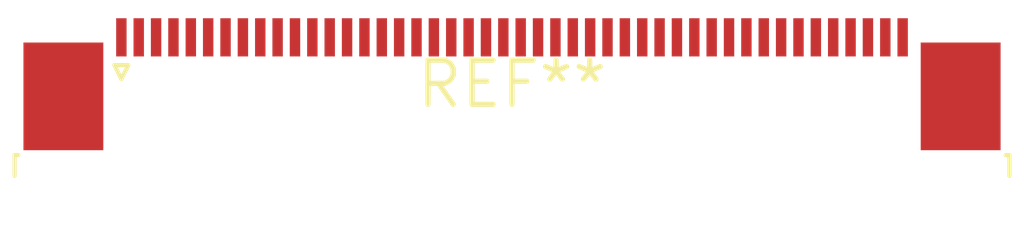
<source format=kicad_pcb>
(kicad_pcb (version 20240108) (generator pcbnew)
  (layers (0 "F.Cu" signal) (31 "B.Cu" signal) (34 "B.Paste" user) (35 "F.Paste" user) (36 "B.SilkS" user "B.Silkscreen") (37 "F.SilkS" user "F.Silkscreen") (38 "B.Mask" user) (39 "F.Mask" user) (44 "Edge.Cuts" user))
  (net 0 "")
  (footprint "TE_4-1734839-6_1x46-1MP_P0.5mm_Horizontal" (layer "F.Cu") (at 0 0)
    (property "Reference" "REF**")
    (property "Value" "PCB Edge")
    (fp_line (start -14.325 2.04) (end -14.325 2.64) (layer "F.SilkS") (stroke (width 0.12)))
    (fp_line (start -14.215 2.04) (end -14.325 2.04) (layer "F.SilkS") (stroke (width 0.12)))
    (fp_line (start -11.45 -0.55) (end -11.25 -0.15) (layer "F.SilkS") (stroke (width 0.12)))
    (fp_line (start -11.25 -0.15) (end -11.05 -0.55) (layer "F.SilkS") (stroke (width 0.12)))
    (fp_line (start -11.05 -0.55) (end -11.45 -0.55) (layer "F.SilkS") (stroke (width 0.12)))
    (fp_line (start 14.215 2.04) (end 14.325 2.04) (layer "F.SilkS") (stroke (width 0.12)))
    (fp_line (start 14.325 2.04) (end 14.325 2.64) (layer "F.SilkS") (stroke (width 0.12)))
    (pad "1" smd rect (at -11.25 -1.35) (size 0.3 1.1) (layers "F.Cu" "F.Paste" "F.Mask"))
    (pad "2" smd rect (at -10.75 -1.35) (size 0.3 1.1) (layers "F.Cu" "F.Paste" "F.Mask"))
    (pad "3" smd rect (at -10.25 -1.35) (size 0.3 1.1) (layers "F.Cu" "F.Paste" "F.Mask"))
    (pad "4" smd rect (at -9.75 -1.35) (size 0.3 1.1) (layers "F.Cu" "F.Paste" "F.Mask"))
    (pad "5" smd rect (at -9.25 -1.35) (size 0.3 1.1) (layers "F.Cu" "F.Paste" "F.Mask"))
    (pad "6" smd rect (at -8.75 -1.35) (size 0.3 1.1) (layers "F.Cu" "F.Paste" "F.Mask"))
    (pad "7" smd rect (at -8.25 -1.35) (size 0.3 1.1) (layers "F.Cu" "F.Paste" "F.Mask"))
    (pad "8" smd rect (at -7.75 -1.35) (size 0.3 1.1) (layers "F.Cu" "F.Paste" "F.Mask"))
    (pad "9" smd rect (at -7.25 -1.35) (size 0.3 1.1) (layers "F.Cu" "F.Paste" "F.Mask"))
    (pad "10" smd rect (at -6.75 -1.35) (size 0.3 1.1) (layers "F.Cu" "F.Paste" "F.Mask"))
    (pad "11" smd rect (at -6.25 -1.35) (size 0.3 1.1) (layers "F.Cu" "F.Paste" "F.Mask"))
    (pad "12" smd rect (at -5.75 -1.35) (size 0.3 1.1) (layers "F.Cu" "F.Paste" "F.Mask"))
    (pad "13" smd rect (at -5.25 -1.35) (size 0.3 1.1) (layers "F.Cu" "F.Paste" "F.Mask"))
    (pad "14" smd rect (at -4.75 -1.35) (size 0.3 1.1) (layers "F.Cu" "F.Paste" "F.Mask"))
    (pad "15" smd rect (at -4.25 -1.35) (size 0.3 1.1) (layers "F.Cu" "F.Paste" "F.Mask"))
    (pad "16" smd rect (at -3.75 -1.35) (size 0.3 1.1) (layers "F.Cu" "F.Paste" "F.Mask"))
    (pad "17" smd rect (at -3.25 -1.35) (size 0.3 1.1) (layers "F.Cu" "F.Paste" "F.Mask"))
    (pad "18" smd rect (at -2.75 -1.35) (size 0.3 1.1) (layers "F.Cu" "F.Paste" "F.Mask"))
    (pad "19" smd rect (at -2.25 -1.35) (size 0.3 1.1) (layers "F.Cu" "F.Paste" "F.Mask"))
    (pad "20" smd rect (at -1.75 -1.35) (size 0.3 1.1) (layers "F.Cu" "F.Paste" "F.Mask"))
    (pad "21" smd rect (at -1.25 -1.35) (size 0.3 1.1) (layers "F.Cu" "F.Paste" "F.Mask"))
    (pad "22" smd rect (at -0.75 -1.35) (size 0.3 1.1) (layers "F.Cu" "F.Paste" "F.Mask"))
    (pad "23" smd rect (at -0.25 -1.35) (size 0.3 1.1) (layers "F.Cu" "F.Paste" "F.Mask"))
    (pad "24" smd rect (at 0.25 -1.35) (size 0.3 1.1) (layers "F.Cu" "F.Paste" "F.Mask"))
    (pad "25" smd rect (at 0.75 -1.35) (size 0.3 1.1) (layers "F.Cu" "F.Paste" "F.Mask"))
    (pad "26" smd rect (at 1.25 -1.35) (size 0.3 1.1) (layers "F.Cu" "F.Paste" "F.Mask"))
    (pad "27" smd rect (at 1.75 -1.35) (size 0.3 1.1) (layers "F.Cu" "F.Paste" "F.Mask"))
    (pad "28" smd rect (at 2.25 -1.35) (size 0.3 1.1) (layers "F.Cu" "F.Paste" "F.Mask"))
    (pad "29" smd rect (at 2.75 -1.35) (size 0.3 1.1) (layers "F.Cu" "F.Paste" "F.Mask"))
    (pad "30" smd rect (at 3.25 -1.35) (size 0.3 1.1) (layers "F.Cu" "F.Paste" "F.Mask"))
    (pad "31" smd rect (at 3.75 -1.35) (size 0.3 1.1) (layers "F.Cu" "F.Paste" "F.Mask"))
    (pad "32" smd rect (at 4.25 -1.35) (size 0.3 1.1) (layers "F.Cu" "F.Paste" "F.Mask"))
    (pad "33" smd rect (at 4.75 -1.35) (size 0.3 1.1) (layers "F.Cu" "F.Paste" "F.Mask"))
    (pad "34" smd rect (at 5.25 -1.35) (size 0.3 1.1) (layers "F.Cu" "F.Paste" "F.Mask"))
    (pad "35" smd rect (at 5.75 -1.35) (size 0.3 1.1) (layers "F.Cu" "F.Paste" "F.Mask"))
    (pad "36" smd rect (at 6.25 -1.35) (size 0.3 1.1) (layers "F.Cu" "F.Paste" "F.Mask"))
    (pad "37" smd rect (at 6.75 -1.35) (size 0.3 1.1) (layers "F.Cu" "F.Paste" "F.Mask"))
    (pad "38" smd rect (at 7.25 -1.35) (size 0.3 1.1) (layers "F.Cu" "F.Paste" "F.Mask"))
    (pad "39" smd rect (at 7.75 -1.35) (size 0.3 1.1) (layers "F.Cu" "F.Paste" "F.Mask"))
    (pad "40" smd rect (at 8.25 -1.35) (size 0.3 1.1) (layers "F.Cu" "F.Paste" "F.Mask"))
    (pad "41" smd rect (at 8.75 -1.35) (size 0.3 1.1) (layers "F.Cu" "F.Paste" "F.Mask"))
    (pad "42" smd rect (at 9.25 -1.35) (size 0.3 1.1) (layers "F.Cu" "F.Paste" "F.Mask"))
    (pad "43" smd rect (at 9.75 -1.35) (size 0.3 1.1) (layers "F.Cu" "F.Paste" "F.Mask"))
    (pad "44" smd rect (at 10.25 -1.35) (size 0.3 1.1) (layers "F.Cu" "F.Paste" "F.Mask"))
    (pad "45" smd rect (at 10.75 -1.35) (size 0.3 1.1) (layers "F.Cu" "F.Paste" "F.Mask"))
    (pad "46" smd rect (at 11.25 -1.35) (size 0.3 1.1) (layers "F.Cu" "F.Paste" "F.Mask"))
    (pad "MP" smd rect (at -12.92 0.35) (size 2.3 3.1) (layers "F.Cu" "F.Paste" "F.Mask"))
    (pad "MP" smd rect (at 12.92 0.35) (size 2.3 3.1) (layers "F.Cu" "F.Paste" "F.Mask"))
  )
)
</source>
